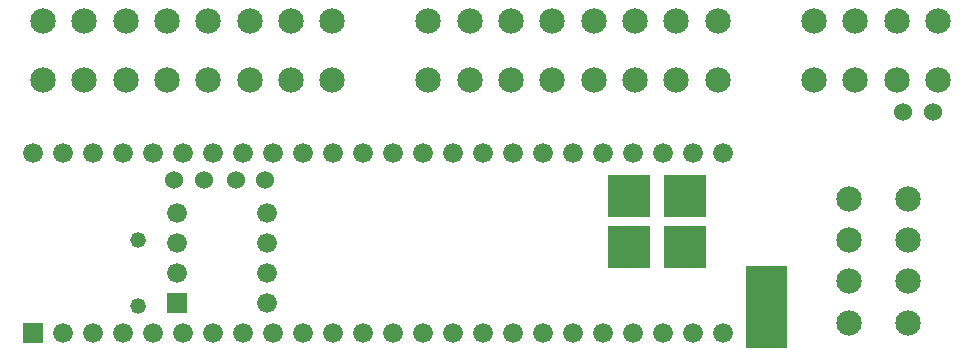
<source format=gbr>
G04 start of page 7 for group -4062 idx -4062 *
G04 Title: simple, soldermask *
G04 Creator: pcb 20140316 *
G04 CreationDate: Fri 07 Dec 2018 12:57:29 AM GMT UTC *
G04 For: brian *
G04 Format: Gerber/RS-274X *
G04 PCB-Dimensions (mil): 6000.00 5000.00 *
G04 PCB-Coordinate-Origin: lower left *
%MOIN*%
%FSLAX25Y25*%
%LNBOTTOMMASK*%
%ADD58R,0.1350X0.1350*%
%ADD57C,0.0520*%
%ADD56C,0.0001*%
%ADD55C,0.0660*%
%ADD54C,0.0600*%
%ADD53C,0.0846*%
G54D53*X269772Y453000D03*
Y433315D03*
X283551D03*
X297331D03*
X283551Y453000D03*
X297331D03*
X311110D03*
X324890D03*
X338669D03*
X352449D03*
X311110Y433315D03*
X324890D03*
X338669D03*
X352449D03*
X366228Y453000D03*
X398331D03*
X412110D03*
X425890D03*
X439669D03*
X366228Y433315D03*
X398331D03*
G54D54*X428079Y422500D03*
X437921D03*
G54D53*X412110Y433315D03*
X425890D03*
X439669D03*
X196390D03*
X210169Y453000D03*
X223949D03*
X237728D03*
X210169Y433315D03*
X223949D03*
X237728D03*
X155051D03*
X168831Y453000D03*
Y433315D03*
X182610Y453000D03*
Y433315D03*
X141272Y453000D03*
Y433315D03*
X155051Y453000D03*
X196390D03*
G54D54*X215421Y400000D03*
X205579D03*
X194921D03*
X185079D03*
G54D55*X186000Y379000D03*
Y389000D03*
X216000D03*
Y379000D03*
Y369000D03*
Y359000D03*
G54D56*G36*
X182700Y362300D02*Y355700D01*
X189300D01*
Y362300D01*
X182700D01*
G37*
G54D55*X186000Y369000D03*
G54D57*X173000Y380024D03*
Y357976D03*
G54D56*G36*
X134700Y352300D02*Y345700D01*
X141300D01*
Y352300D01*
X134700D01*
G37*
G54D55*X148000Y349000D03*
X158000D03*
X168000D03*
X178000D03*
X188000D03*
X198000D03*
X208000D03*
X218000D03*
X228000D03*
X238000D03*
X248000D03*
X258000D03*
X268000D03*
X278000D03*
X288000D03*
X298000D03*
X368000Y409000D03*
X358000D03*
X348000D03*
X338000D03*
X328000D03*
X318000D03*
G54D53*X429500Y393669D03*
Y379890D03*
Y366110D03*
X409815Y393669D03*
Y379890D03*
Y366110D03*
G54D55*X308000Y409000D03*
X298000D03*
X288000D03*
X278000D03*
X268000D03*
X258000D03*
X248000D03*
X238000D03*
X228000D03*
X218000D03*
X208000D03*
X198000D03*
X188000D03*
X178000D03*
X168000D03*
X158000D03*
X148000D03*
X138000D03*
X308000Y349000D03*
X318000D03*
X328000D03*
X338000D03*
X348000D03*
X358000D03*
X368000D03*
G54D53*X429500Y352331D03*
X409815D03*
G54D56*G36*
X348375Y384500D02*Y370500D01*
X362375D01*
Y384500D01*
X348375D01*
G37*
G36*
X329625D02*Y370500D01*
X343625D01*
Y384500D01*
X329625D01*
G37*
G36*
X348375Y401500D02*Y387500D01*
X362375D01*
Y401500D01*
X348375D01*
G37*
G36*
X329625D02*Y387500D01*
X343625D01*
Y401500D01*
X329625D01*
G37*
G54D58*X382500Y364500D02*Y350500D01*
M02*

</source>
